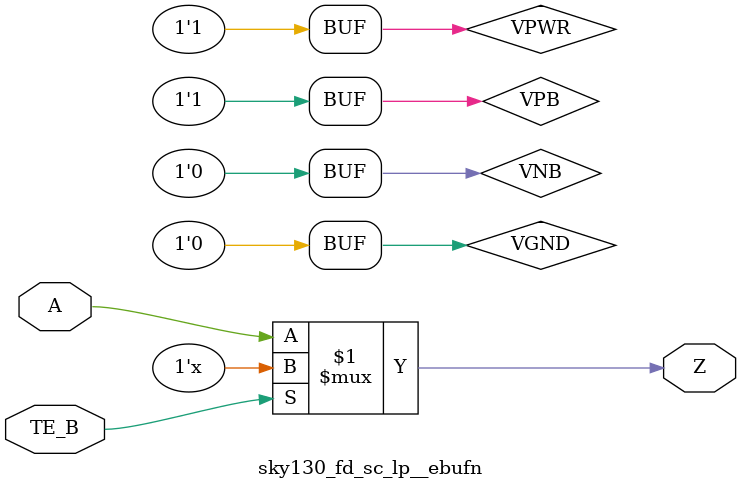
<source format=v>
/*
 * Copyright 2020 The SkyWater PDK Authors
 *
 * Licensed under the Apache License, Version 2.0 (the "License");
 * you may not use this file except in compliance with the License.
 * You may obtain a copy of the License at
 *
 *     https://www.apache.org/licenses/LICENSE-2.0
 *
 * Unless required by applicable law or agreed to in writing, software
 * distributed under the License is distributed on an "AS IS" BASIS,
 * WITHOUT WARRANTIES OR CONDITIONS OF ANY KIND, either express or implied.
 * See the License for the specific language governing permissions and
 * limitations under the License.
 *
 * SPDX-License-Identifier: Apache-2.0
*/


`ifndef SKY130_FD_SC_LP__EBUFN_BEHAVIORAL_V
`define SKY130_FD_SC_LP__EBUFN_BEHAVIORAL_V

/**
 * ebufn: Tri-state buffer, negative enable.
 *
 * Verilog simulation functional model.
 */

`timescale 1ns / 1ps
`default_nettype none

`celldefine
module sky130_fd_sc_lp__ebufn (
    Z   ,
    A   ,
    TE_B
);

    // Module ports
    output Z   ;
    input  A   ;
    input  TE_B;

    // Module supplies
    supply1 VPWR;
    supply0 VGND;
    supply1 VPB ;
    supply0 VNB ;

    //     Name     Output  Other arguments
    bufif0 bufif00 (Z     , A, TE_B        );

endmodule
`endcelldefine

`default_nettype wire
`endif  // SKY130_FD_SC_LP__EBUFN_BEHAVIORAL_V
</source>
